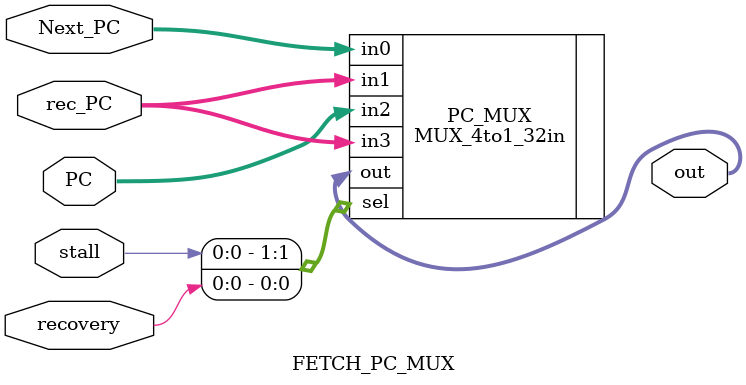
<source format=v>
`timescale 1ns / 1ps


module FETCH_PC_MUX(
    input recovery, stall,
    input [31:0] rec_PC, Next_PC, PC,
    output [31:0] out
    );
    
    MUX_4to1_32in PC_MUX(
    .sel ({stall, recovery}), 
    .in0 (Next_PC), .in1 (rec_PC), .in2 (PC), .in3 (rec_PC),
    .out (out));
      
endmodule

</source>
